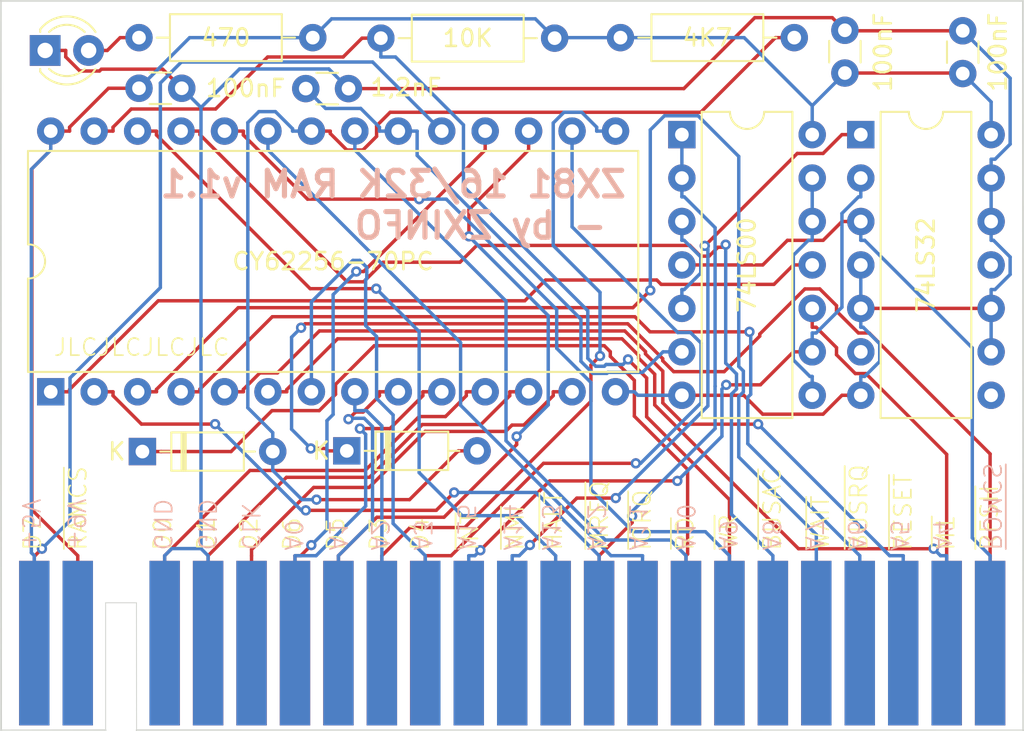
<source format=kicad_pcb>
(kicad_pcb (version 20240108) (generator "pcbnew") (generator_version "8.0")
  (layers (0 "F.Cu" signal) (31 "B.Cu" signal) (34 "B.Paste" user) (35 "F.Paste" user) (36 "B.SilkS" user "B.Silkscreen") (37 "F.SilkS" user "F.Silkscreen") (38 "B.Mask" user) (39 "F.Mask" user) (44 "Edge.Cuts" user))
  (net 0 "")
  (net 1 "D4")
  (net 2 "A2")
  (net 3 "A7")
  (net 4 "A13")
  (net 5 "D7")
  (net 6 "D3")
  (net 7 "A3")
  (net 8 "D0")
  (net 9 "D2")
  (net 10 "A11")
  (net 11 "A0")
  (net 12 "A1")
  (net 13 "A4")
  (net 14 "A8")
  (net 15 "A5")
  (net 16 "A12")
  (net 17 "D1")
  (net 18 "A10")
  (net 19 "D6")
  (net 20 "A6")
  (net 21 "D5")
  (net 22 "A9")
  (net 23 "A15")
  (net 24 "~{M1}")
  (net 28 "Net-(J1-~{WR})")
  (net 29 "Net-(J1-~{ROMCS})")
  (net 37 "Net-(J1-~{MREQ})")
  (net 38 "GND")
  (net 39 "+5V")
  (net 40 "Net-(D2-A)")
  (net 41 "Net-(D2-K)")
  (net 42 "Net-(U1-~{CS})")
  (net 43 "Net-(U2-Pad12)")
  (net 44 "Net-(U2-Pad3)")
  (net 45 "Net-(D1-A)")
  (net 46 "Net-(D3-K)")
  (net 47 "A14")
  (net 48 "Net-(U1-A14)")
  (footprint "Capacitor_THT:C_Disc_D3.0mm_W1.6mm_P2.50mm" (layer "F.Cu") (at 149.37 90.07 90)
    (property "Reference" "C2" (hide yes))
    (property "Value" "100nF")
  )
  (footprint "Resistor_THT:R_Axial_DIN0207_L6.3mm_D2.5mm_P10.16mm_Horizontal" (layer "F.Cu") (at 118.26 88 180)
    (property "Reference" "R1" (hide yes))
    (property "Value" "470")
  )
  (footprint "Package_DIP:DIP-14_W7.62mm" (layer "F.Cu") (at 139.84 93.67)
    (property "Reference" "U2" (hide yes))
    (property "Value" "74LS00")
  )
  (footprint "Package_DIP:DIP-14_W7.62mm" (layer "F.Cu") (at 150.3 93.67)
    (property "Reference" "U3" (hide yes))
    (property "Value" "74LS32")
  )
  (footprint "Capacitor_THT:C_Disc_D3.0mm_W1.6mm_P2.50mm" (layer "F.Cu") (at 108.1 90.96)
    (property "Reference" "C1" (hide yes))
    (property "Value" "100nF")
  )
  (footprint "Resistor_THT:R_Axial_DIN0207_L6.3mm_D2.5mm_P10.16mm_Horizontal" (layer "F.Cu") (at 136.25 88)
    (property "Reference" "R2" (hide yes))
    (property "Value" "4K7")
  )
  (footprint "Capacitor_THT:C_Disc_D3.0mm_W1.6mm_P2.50mm" (layer "F.Cu") (at 117.85 90.98)
    (property "Reference" "C4" (hide yes))
    (property "Value" "1,2nF")
  )
  (footprint "ZXINFO_FOOTPRINT:EDGE ZX81 BOTTOM" (layer "F.Cu") (at 131.21 124.41)
    (property "Reference" "J1" (hide yes))
    (property "Value" "Connector ZX81" (hide yes))
  )
  (footprint "Capacitor_THT:C_Disc_D3.0mm_W1.6mm_P2.50mm" (layer "F.Cu") (at 156.26 90.1 90)
    (property "Reference" "C3" (hide yes))
    (property "Value" "100nF")
  )
  (footprint "LED_THT:LED_D3.0mm" (layer "F.Cu") (at 102.615 88.75)
    (property "Reference" "D1" (hide yes))
    (property "Value" "LED" (hide yes))
  )
  (footprint "Diode_THT:D_DO-35_SOD27_P7.62mm_Horizontal" (layer "F.Cu") (at 120.25 112.16)
    (property "Reference" "D2" (hide yes))
    (property "Value" "1N4148" (hide yes))
  )
  (footprint "Diode_THT:D_DO-35_SOD27_P7.62mm_Horizontal" (layer "F.Cu") (at 108.3 112.2)
    (property "Reference" "D3" (hide yes))
    (property "Value" "1N4148" (hide yes))
  )
  (footprint "Resistor_THT:R_Axial_DIN0207_L6.3mm_D2.5mm_P10.16mm_Horizontal" (layer "F.Cu") (at 132.4 88.03 180)
    (property "Reference" "R3" (hide yes))
    (property "Value" "10K")
  )
  (footprint "Package_DIP:DIP-28_W15.24mm" (layer "F.Cu") (at 102.94 108.705 90)
    (property "Reference" "U1" (hide yes))
    (property "Value" "CY62256-70PC")
  )
  (gr_line (start 106.15 128.49) (end 106.15 121.04) (stroke (width 0.05)) (layer "Edge.Cuts"))
  (gr_line (start 159.7925 128.5) (end 107.96 128.49) (stroke (width 0.1)) (layer "Edge.Cuts"))
  (gr_line (start 106.15 121.04) (end 107.95 121.04) (stroke (width 0.05)) (layer "Edge.Cuts"))
  (gr_line (start 159.77625 85.85) (end 159.7925 128.5) (stroke (width 0.1)) (layer "Edge.Cuts"))
  (gr_line (start 107.95 121.04) (end 107.96 128.49) (stroke (width 0.05)) (layer "Edge.Cuts"))
  (gr_line (start 106.15 128.49) (end 100.04 128.5) (stroke (width 0.1)) (layer "Edge.Cuts"))
  (gr_line (start 100.02375 85.85) (end 159.77625 85.85) (stroke (width 0.1)) (layer "Edge.Cuts"))
  (gr_line (start 100.04 128.5) (end 100.02375 85.85) (stroke (width 0.1)) (layer "Edge.Cuts"))
  (gr_text "ZX81 16/32K RAM v1.1\n - by ZXINFO" (at 136.73 99.87 0) (layer "B.SilkS") (effects (font (size 1.5 1.5) (thickness 0.3) (bold yes)) (justify left bottom mirror)))
  (gr_text "JLCJLCJLCJLC" (at 103.05 106.69 0) (layer "F.SilkS") (effects (font (size 1 1) (thickness 0.1)) (justify left bottom)))
  (segment (start 124.83 123.4) (end 124.83 118.2883) (width 0.2) (layer "F.Cu") (net 1))
  (segment (start 126.3498 118.2883) (end 124.83 118.2883) (width 0.2) (layer "F.Cu") (net 1))
  (segment (start 131.75 112.8881) (end 126.3498 118.2883) (width 0.2) (layer "F.Cu") (net 1))
  (segment (start 137.1444 112.8881) (end 131.75 112.8881) (width 0.2) (layer "F.Cu") (net 1))
  (via (at 137.1444 112.8881) (size 0.6) (drill 0.3) (layers "F.Cu" "B.Cu") (net 1))
  (segment (start 140.9584 109.3566) (end 137.4269 112.8881) (width 0.2) (layer "B.Cu") (net 1))
  (segment (start 137.4269 112.8881) (end 137.1444 112.8881) (width 0.2) (layer "B.Cu") (net 1))
  (segment (start 133.42 94.5667) (end 133.42 99.0635) (width 0.2) (layer "B.Cu") (net 1))
  (segment (start 133.42 93.465) (end 133.42 94.5667) (width 0.2) (layer "B.Cu") (net 1))
  (segment (start 133.42 99.0635) (end 139.598 105.2415) (width 0.2) (layer "B.Cu") (net 1))
  (segment (start 140.3434 105.2415) (end 140.9584 105.8565) (width 0.2) (layer "B.Cu") (net 1))
  (segment (start 140.9584 105.8565) (end 140.9584 109.3566) (width 0.2) (layer "B.Cu") (net 1))
  (segment (start 139.598 105.2415) (end 140.3434 105.2415) (width 0.2) (layer "B.Cu") (net 1))
  (segment (start 122.3 123.4) (end 122.3 118.2883) (width 0.2) (layer "B.Cu") (net 2))
  (segment (start 121.4021 109.8067) (end 120.72 109.8067) (width 0.2) (layer "B.Cu") (net 2))
  (segment (start 122.3 110.7046) (end 121.4021 109.8067) (width 0.2) (layer "B.Cu") (net 2))
  (segment (start 122.3 118.2883) (end 122.3 110.7046) (width 0.2) (layer "B.Cu") (net 2))
  (segment (start 120.72 108.705) (end 120.72 109.8067) (width 0.2) (layer "B.Cu") (net 2))
  (segment (start 109.1217 108.5673) (end 113.9016 103.7874) (width 0.2) (layer "F.Cu") (net 3))
  (segment (start 136.9803 103.7874) (end 137.9929 102.7748) (width 0.2) (layer "F.Cu") (net 3))
  (segment (start 109.1217 108.705) (end 109.1217 108.5673) (width 0.2) (layer "F.Cu") (net 3))
  (segment (start 113.9016 103.7874) (end 136.9803 103.7874) (width 0.2) (layer "F.Cu") (net 3))
  (segment (start 108.02 108.705) (end 109.1217 108.705) (width 0.2) (layer "F.Cu") (net 3))
  (via (at 137.9929 102.7748) (size 0.6) (drill 0.3) (layers "F.Cu" "B.Cu") (net 3))
  (segment (start 143.4347 108.7146) (end 143.4347 107.4935) (width 0.2) (layer "B.Cu") (net 3))
  (segment (start 143.4347 107.4935) (end 143.1652 107.224) (width 0.2) (layer "B.Cu") (net 3))
  (segment (start 147.7 123.4) (end 147.7 117.0554) (width 0.2) (layer "B.Cu") (net 3))
  (segment (start 143.1652 112.5206) (end 143.1652 108.9841) (width 0.2) (layer "B.Cu") (net 3))
  (segment (start 138.8202 92.5683) (end 137.9929 93.3956) (width 0.2) (layer "B.Cu") (net 3))
  (segment (start 143.1652 107.224) (end 143.1652 94.9487) (width 0.2) (layer "B.Cu") (net 3))
  (segment (start 140.7848 92.5683) (end 138.8202 92.5683) (width 0.2) (layer "B.Cu") (net 3))
  (segment (start 147.7 117.0554) (end 143.1652 112.5206) (width 0.2) (layer "B.Cu") (net 3))
  (segment (start 143.1652 108.9841) (end 143.4347 108.7146) (width 0.2) (layer "B.Cu") (net 3))
  (segment (start 143.1652 94.9487) (end 140.7848 92.5683) (width 0.2) (layer "B.Cu") (net 3))
  (segment (start 137.9929 93.3956) (end 137.9929 102.7748) (width 0.2) (layer "B.Cu") (net 3))
  (segment (start 108.02 93.465) (end 109.1217 93.465) (width 0.2) (layer "F.Cu") (net 4))
  (segment (start 109.1217 93.465) (end 109.1217 93.6933) (width 0.2) (layer "F.Cu") (net 4))
  (segment (start 109.1217 93.6933) (end 118.1055 102.6771) (width 0.2) (layer "F.Cu") (net 4))
  (segment (start 118.1055 102.6771) (end 121.9702 102.6771) (width 0.2) (layer "F.Cu") (net 4))
  (via (at 121.9702 102.6771) (size 0.6) (drill 0.3) (layers "F.Cu" "B.Cu") (net 4))
  (segment (start 124.4788 105.1857) (end 121.9702 102.6771) (width 0.2) (layer "B.Cu") (net 4))
  (segment (start 126.9942 115.948) (end 124.4788 113.4326) (width 0.2) (layer "B.Cu") (net 4))
  (segment (start 124.4788 113.4326) (end 124.4788 105.1857) (width 0.2) (layer "B.Cu") (net 4))
  (segment (start 130.1198 115.9481) (end 130.1198 115.948) (width 0.2) (layer "B.Cu") (net 4))
  (segment (start 130.1198 115.948) (end 126.9942 115.948) (width 0.2) (layer "B.Cu") (net 4))
  (segment (start 132.46 118.2883) (end 130.1198 115.9481) (width 0.2) (layer "B.Cu") (net 4))
  (segment (start 132.46 123.4) (end 132.46 118.2883) (width 0.2) (layer "B.Cu") (net 4))
  (segment (start 101.98 123.4) (end 101.98 118.2883) (width 0.2) (layer "F.Cu") (net 5))
  (segment (start 101.98 118.2883) (end 102.0177 118.2883) (width 0.2) (layer "F.Cu") (net 5))
  (segment (start 102.0177 118.2883) (end 102.4261 117.8799) (width 0.2) (layer "F.Cu") (net 5))
  (via (at 102.4261 117.8799) (size 0.6) (drill 0.3) (layers "F.Cu" "B.Cu") (net 5))
  (segment (start 109.35 90.6518) (end 109.35 102.6169) (width 0.2) (layer "B.Cu") (net 5))
  (segment (start 104.0685 107.8984) (end 104.0685 116.2375) (width 0.2) (layer "B.Cu") (net 5))
  (segment (start 121.7602 89.4252) (end 110.5766 89.4252) (width 0.2) (layer "B.Cu") (net 5))
  (segment (start 109.35 102.6169) (end 104.0685 107.8984) (width 0.2) (layer "B.Cu") (net 5))
  (segment (start 110.5766 89.4252) (end 109.35 90.6518) (width 0.2) (layer "B.Cu") (net 5))
  (segment (start 104.0685 116.2375) (end 102.4261 117.8799) (width 0.2) (layer "B.Cu") (net 5))
  (segment (start 125.8 93.465) (end 121.7602 89.4252) (width 0.2) (layer "B.Cu") (net 5))
  (segment (start 122.3 118.2883) (end 123.9465 116.6418) (width 0.2) (layer "F.Cu") (net 6))
  (segment (start 122.3 123.4) (end 122.3 118.2883) (width 0.2) (layer "F.Cu") (net 6))
  (segment (start 134.5217 109.2668) (end 134.5217 107.1443) (width 0.2) (layer "F.Cu") (net 6))
  (segment (start 123.9465 116.6418) (end 127.1467 116.6418) (width 0.2) (layer "F.Cu") (net 6))
  (segment (start 127.1467 116.6418) (end 134.5217 109.2668) (width 0.2) (layer "F.Cu") (net 6))
  (segment (start 134.5217 107.1443) (end 135.0537 106.6123) (width 0.2) (layer "F.Cu") (net 6))
  (via (at 135.0537 106.6123) (size 0.6) (drill 0.3) (layers "F.Cu" "B.Cu") (net 6))
  (segment (start 135.0537 106.6123) (end 135.0537 102.8904) (width 0.2) (layer "B.Cu") (net 6))
  (segment (start 132.3183 92.9904) (end 132.9454 92.3633) (width 0.2) (layer "B.Cu") (net 6))
  (segment (start 132.9454 92.3633) (end 133.9849 92.3633) (width 0.2) (layer "B.Cu") (net 6))
  (segment (start 134.8583 93.2367) (end 134.8583 93.465) (width 0.2) (layer "B.Cu") (net 6))
  (segment (start 133.9849 92.3633) (end 134.8583 93.2367) (width 0.2) (layer "B.Cu") (net 6))
  (segment (start 135.96 93.465) (end 134.8583 93.465) (width 0.2) (layer "B.Cu") (net 6))
  (segment (start 135.0537 102.8904) (end 132.3183 100.155) (width 0.2) (layer "B.Cu") (net 6))
  (segment (start 132.3183 100.155) (end 132.3183 92.9904) (width 0.2) (layer "B.Cu") (net 6))
  (segment (start 118.18 103.4474) (end 118.18 108.705) (width 0.2) (layer "B.Cu") (net 7))
  (segment (start 121.3505 102.1579) (end 121.4183 102.0901) (width 0.2) (layer "B.Cu") (net 7))
  (segment (start 121.3505 104.8359) (end 121.3505 102.1579) (width 0.2) (layer "B.Cu") (net 7))
  (segment (start 122.9563 116.4046) (end 122.9563 110.0613) (width 0.2) (layer "B.Cu") (net 7))
  (segment (start 120.602 101.0254) (end 118.18 103.4474) (width 0.2) (layer "B.Cu") (net 7))
  (segment (start 124.84 123.4) (end 124.84 118.2883) (width 0.2) (layer "B.Cu") (net 7))
  (segment (start 121.4183 102.0901) (end 121.4183 101.4313) (width 0.2) (layer "B.Cu") (net 7))
  (segment (start 122.9563 110.0613) (end 121.99 109.095) (width 0.2) (layer "B.Cu") (net 7))
  (segment (start 121.99 109.095) (end 121.99 105.4754) (width 0.2) (layer "B.Cu") (net 7))
  (segment (start 121.99 105.4754) (end 121.3505 104.8359) (width 0.2) (layer "B.Cu") (net 7))
  (segment (start 121.0124 101.0254) (end 120.602 101.0254) (width 0.2) (layer "B.Cu") (net 7))
  (segment (start 121.4183 101.4313) (end 121.0124 101.0254) (width 0.2) (layer "B.Cu") (net 7))
  (segment (start 124.84 118.2883) (end 122.9563 116.4046) (width 0.2) (layer "B.Cu") (net 7))
  (segment (start 128.34 108.705) (end 127.2383 108.705) (width 0.2) (layer "F.Cu") (net 8))
  (segment (start 126.0177 110.1539) (end 127.2383 108.9333) (width 0.2) (layer "F.Cu") (net 8))
  (segment (start 121.3243 113.3055) (end 124.4759 110.1539) (width 0.2) (layer "F.Cu") (net 8))
  (segment (start 109.6 123.4) (end 109.6 118.2883) (width 0.2) (layer "F.Cu") (net 8))
  (segment (start 114.5828 113.3055) (end 121.3243 113.3055) (width 0.2) (layer "F.Cu") (net 8))
  (segment (start 127.2383 108.9333) (end 127.2383 108.705) (width 0.2) (layer "F.Cu") (net 8))
  (segment (start 109.6 118.2883) (end 114.5828 113.3055) (width 0.2) (layer "F.Cu") (net 8))
  (segment (start 124.4759 110.1539) (end 126.0177 110.1539) (width 0.2) (layer "F.Cu") (net 8))
  (segment (start 121.5531 114.2982) (end 118.3114 114.2982) (width 0.2) (layer "F.Cu") (net 9))
  (segment (start 129.5366 111.0224) (end 124.8289 111.0224) (width 0.2) (layer "F.Cu") (net 9))
  (segment (start 130.6005 110.6511) (end 129.9079 110.6511) (width 0.2) (layer "F.Cu") (net 9))
  (segment (start 132.3183 108.705) (end 132.3183 108.9333) (width 0.2) (layer "F.Cu") (net 9))
  (segment (start 129.9079 110.6511) (end 129.5366 111.0224) (width 0.2) (layer "F.Cu") (net 9))
  (segment (start 133.42 108.705) (end 132.3183 108.705) (width 0.2) (layer "F.Cu") (net 9))
  (segment (start 118.3114 114.2982) (end 114.68 117.9296) (width 0.2) (layer "F.Cu") (net 9))
  (segment (start 124.8289 111.0224) (end 121.5531 114.2982) (width 0.2) (layer "F.Cu") (net 9))
  (segment (start 132.3183 108.9333) (end 130.6005 110.6511) (width 0.2) (layer "F.Cu") (net 9))
  (segment (start 114.68 123.4) (end 114.68 118.2883) (width 0.2) (layer "F.Cu") (net 9))
  (segment (start 114.68 117.9296) (end 114.68 118.2883) (width 0.2) (layer "F.Cu") (net 9))
  (segment (start 135.6942 118.2883) (end 126.9017 109.4958) (width 0.2) (layer "B.Cu") (net 10))
  (segment (start 126.9017 109.4958) (end 126.9017 105.8284) (width 0.2) (layer "B.Cu") (net 10))
  (segment (start 137.54 123.4) (end 137.54 118.2883) (width 0.2) (layer "B.Cu") (net 10))
  (segment (start 126.9017 105.8284) (end 115.64 94.5667) (width 0.2) (layer "B.Cu") (net 10))
  (segment (start 137.54 118.2883) (end 135.6942 118.2883) (width 0.2) (layer "B.Cu") (net 10))
  (segment (start 115.64 93.465) (end 115.64 94.5667) (width 0.2) (layer "B.Cu") (net 10))
  (segment (start 124.6983 108.705) (end 124.6983 108.9333) (width 0.2) (layer "F.Cu") (net 11))
  (segment (start 125.8 108.705) (end 124.6983 108.705) (width 0.2) (layer "F.Cu") (net 11))
  (segment (start 124.6983 108.9333) (end 122.7743 110.8573) (width 0.2) (layer "F.Cu") (net 11))
  (segment (start 122.7743 110.8573) (end 121.0157 110.8573) (width 0.2) (layer "F.Cu") (net 11))
  (via (at 121.0157 110.8573) (size 0.6) (drill 0.3) (layers "F.Cu" "B.Cu") (net 11))
  (segment (start 117.22 118.2883) (end 118.4557 118.2883) (width 0.2) (layer "B.Cu") (net 11))
  (segment (start 121.3517 115.3923) (end 121.3517 111.1933) (width 0.2) (layer "B.Cu") (net 11))
  (segment (start 118.4557 118.2883) (end 121.3517 115.3923) (width 0.2) (layer "B.Cu") (net 11))
  (segment (start 121.3517 111.1933) (end 121.0157 110.8573) (width 0.2) (layer "B.Cu") (net 11))
  (segment (start 117.22 123.4) (end 117.22 118.2883) (width 0.2) (layer "B.Cu") (net 11))
  (segment (start 123.26 108.705) (end 122.1583 108.705) (width 0.2) (layer "F.Cu") (net 12))
  (segment (start 122.1583 108.9333) (end 122.1583 108.705) (width 0.2) (layer "F.Cu") (net 12))
  (segment (start 120.7637 109.8888) (end 121.2028 109.8888) (width 0.2) (layer "F.Cu") (net 12))
  (segment (start 120.3459 110.3066) (end 120.7637 109.8888) (width 0.2) (layer "F.Cu") (net 12))
  (segment (start 121.2028 109.8888) (end 122.1583 108.9333) (width 0.2) (layer "F.Cu") (net 12))
  (via (at 120.3459 110.3066) (size 0.6) (drill 0.3) (layers "F.Cu" "B.Cu") (net 12))
  (segment (start 121.7534 110.7441) (end 121.2648 110.2555) (width 0.2) (layer "B.Cu") (net 12))
  (segment (start 121.7534 116.2949) (end 121.7534 110.7441) (width 0.2) (layer "B.Cu") (net 12))
  (segment (start 119.76 118.2883) (end 121.7534 116.2949) (width 0.2) (layer "B.Cu") (net 12))
  (segment (start 121.2648 110.2555) (end 120.397 110.2555) (width 0.2) (layer "B.Cu") (net 12))
  (segment (start 119.76 123.4) (end 119.76 118.2883) (width 0.2) (layer "B.Cu") (net 12))
  (segment (start 120.397 110.2555) (end 120.3459 110.3066) (width 0.2) (layer "B.Cu") (net 12))
  (segment (start 137.3103 106.5788) (end 137.3103 106.7387) (width 0.2) (layer "F.Cu") (net 13))
  (segment (start 115.64 108.705) (end 116.7417 108.705) (width 0.2) (layer "F.Cu") (net 13))
  (segment (start 119.708 105.6089) (end 136.3404 105.6089) (width 0.2) (layer "F.Cu") (net 13))
  (segment (start 137.3103 106.7387) (end 138.251 107.6794) (width 0.2) (layer "F.Cu") (net 13))
  (segment (start 138.251 107.6794) (end 138.251 109.4726) (width 0.2) (layer "F.Cu") (net 13))
  (segment (start 146.66 117.8816) (end 154.5576 117.8816) (width 0.2) (layer "F.Cu") (net 13))
  (segment (start 116.7417 108.5752) (end 119.708 105.6089) (width 0.2) (layer "F.Cu") (net 13))
  (segment (start 116.7417 108.705) (end 116.7417 108.5752) (width 0.2) (layer "F.Cu") (net 13))
  (segment (start 138.251 109.4726) (end 146.66 117.8816) (width 0.2) (layer "F.Cu") (net 13))
  (segment (start 136.3404 105.6089) (end 137.3103 106.5788) (width 0.2) (layer "F.Cu") (net 13))
  (via (at 154.5576 117.8816) (size 0.6) (drill 0.3) (layers "F.Cu" "B.Cu") (net 13))
  (segment (start 154.9643 118.2883) (end 154.5576 117.8816) (width 0.2) (layer "B.Cu") (net 13))
  (segment (start 155.32 123.4) (end 155.32 118.2883) (width 0.2) (layer "B.Cu") (net 13))
  (segment (start 155.32 118.2883) (end 154.9643 118.2883) (width 0.2) (layer "B.Cu") (net 13))
  (segment (start 142.2509 100.2543) (end 142.401 100.1042) (width 0.2) (layer "F.Cu") (net 14))
  (segment (start 141.4294 100.7762) (end 141.9512 100.2544) (width 0.2) (layer "F.Cu") (net 14))
  (segment (start 111.6617 93.6731) (end 120.264 102.2754) (width 0.2) (layer "F.Cu") (net 14))
  (segment (start 141.9512 100.2544) (end 141.9512 100.2543) (width 0.2) (layer "F.Cu") (net 14))
  (segment (start 140.3038 100.1489) (end 140.9311 100.7762) (width 0.2) (layer "F.Cu") (net 14))
  (segment (start 140.9311 100.7762) (end 141.4294 100.7762) (width 0.2) (layer "F.Cu") (net 14))
  (segment (start 110.56 93.465) (end 111.6617 93.465) (width 0.2) (layer "F.Cu") (net 14))
  (segment (start 126.8654 101.1299) (end 127.8464 100.1489) (width 0.2) (layer "F.Cu") (net 14))
  (segment (start 141.9512 100.2543) (end 142.2509 100.2543) (width 0.2) (layer "F.Cu") (net 14))
  (segment (start 120.264 102.2754) (end 121.233 102.2754) (width 0.2) (layer "F.Cu") (net 14))
  (segment (start 127.8464 100.1489) (end 140.3038 100.1489) (width 0.2) (layer "F.Cu") (net 14))
  (segment (start 121.233 102.2754) (end 122.3785 101.1299) (width 0.2) (layer "F.Cu") (net 14))
  (segment (start 122.3785 101.1299) (end 126.8654 101.1299) (width 0.2) (layer "F.Cu") (net 14))
  (segment (start 111.6617 93.465) (end 111.6617 93.6731) (width 0.2) (layer "F.Cu") (net 14))
  (via (at 142.401 100.1042) (size 0.6) (drill 0.3) (layers "F.Cu" "B.Cu") (net 14))
  (segment (start 143.033 108.5483) (end 143.033 107.6599) (width 0.2) (layer "B.Cu") (net 14))
  (segment (start 143.033 107.6599) (end 142.4011 107.028) (width 0.2) (layer "B.Cu") (net 14))
  (segment (start 142.7378 108.8435) (end 143.033 108.5483) (width 0.2) (layer "B.Cu") (net 14))
  (segment (start 145.16 123.4) (end 145.16 118.2883) (width 0.2) (layer "B.Cu") (net 14))
  (segment (start 142.4011 100.1042) (end 142.401 100.1042) (width 0.2) (layer "B.Cu") (net 14))
  (segment (start 142.7378 115.8661) (end 142.7378 108.8435) (width 0.2) (layer "B.Cu") (net 14))
  (segment (start 145.16 118.2883) (end 142.7378 115.8661) (width 0.2) (layer "B.Cu") (net 14))
  (segment (start 142.4011 107.028) (end 142.4011 100.1042) (width 0.2) (layer "B.Cu") (net 14))
  (segment (start 137.712 106.4881) (end 138.7249 107.501) (width 0.2) (layer "F.Cu") (net 15))
  (segment (start 114.2017 108.705) (end 114.2017 108.5672) (width 0.2) (layer "F.Cu") (net 15))
  (segment (start 138.7249 109.3563) (end 139.9676 110.599) (width 0.2) (layer "F.Cu") (net 15))
  (segment (start 116.1919 107.6033) (end 118.6462 105.149) (width 0.2) (layer "F.Cu") (net 15))
  (segment (start 136.5041 105.149) (end 137.712 106.3569) (width 0.2) (layer "F.Cu") (net 15))
  (segment (start 115.1656 107.6033) (end 116.1919 107.6033) (width 0.2) (layer "F.Cu") (net 15))
  (segment (start 137.712 106.3569) (end 137.712 106.4881) (width 0.2) (layer "F.Cu") (net 15))
  (segment (start 139.9676 110.599) (end 144.2972 110.599) (width 0.2) (layer "F.Cu") (net 15))
  (segment (start 114.2017 108.5672) (end 115.1656 107.6033) (width 0.2) (layer "F.Cu") (net 15))
  (segment (start 118.6462 105.149) (end 136.5041 105.149) (width 0.2) (layer "F.Cu") (net 15))
  (segment (start 113.1 108.705) (end 114.2017 108.705) (width 0.2) (layer "F.Cu") (net 15))
  (segment (start 138.7249 107.501) (end 138.7249 109.3563) (width 0.2) (layer "F.Cu") (net 15))
  (via (at 144.2972 110.599) (size 0.6) (drill 0.3) (layers "F.Cu" "B.Cu") (net 15))
  (segment (start 151.9865 118.2883) (end 144.2972 110.599) (width 0.2) (layer "B.Cu") (net 15))
  (segment (start 152.78 118.2883) (end 151.9865 118.2883) (width 0.2) (layer "B.Cu") (net 15))
  (segment (start 152.78 123.4) (end 152.78 118.2883) (width 0.2) (layer "B.Cu") (net 15))
  (segment (start 105.48 108.705) (end 106.5817 108.705) (width 0.2) (layer "F.Cu") (net 16))
  (segment (start 126.5253 114.5916) (end 125.4799 115.637) (width 0.2) (layer "F.Cu") (net 16))
  (segment (start 112.5482 110.5941) (end 108.2425 110.5941) (width 0.2) (layer "F.Cu") (net 16))
  (segment (start 125.4799 115.637) (end 117.8506 115.637) (width 0.2) (layer "F.Cu") (net 16))
  (segment (start 108.2425 110.5941) (end 106.5817 108.9333) (width 0.2) (layer "F.Cu") (net 16))
  (segment (start 106.5817 108.9333) (end 106.5817 108.705) (width 0.2) (layer "F.Cu") (net 16))
  (via (at 112.5482 110.5941) (size 0.6) (drill 0.3) (layers "F.Cu" "B.Cu") (net 16))
  (via (at 117.8506 115.637) (size 0.6) (drill 0.3) (layers "F.Cu" "B.Cu") (net 16))
  (via (at 126.5253 114.5916) (size 0.6) (drill 0.3) (layers "F.Cu" "B.Cu") (net 16))
  (segment (start 135 118.2883) (end 131.3033 114.5916) (width 0.2) (layer "B.Cu") (net 16))
  (segment (start 131.3033 114.5916) (end 126.5253 114.5916) (width 0.2) (layer "B.Cu") (net 16))
  (segment (start 135 123.4) (end 135 118.2883) (width 0.2) (layer "B.Cu") (net 16))
  (segment (start 117.5911 115.637) (end 117.8506 115.637) (width 0.2) (layer "B.Cu") (net 16))
  (segment (start 112.5482 110.5941) (end 117.5911 115.637) (width 0.2) (layer "B.Cu") (net 16))
  (segment (start 124.6633 110.6199) (end 128.0917 110.6199) (width 0.2) (layer "F.Cu") (net 17))
  (segment (start 112.14 123.4) (end 112.14 118.2883) (width 0.2) (layer "F.Cu") (net 17))
  (segment (start 112.14 118.2883) (end 116.7211 113.7072) (width 0.2) (layer "F.Cu") (net 17))
  (segment (start 129.7783 108.9333) (end 129.7783 108.705) (width 0.2) (layer "F.Cu") (net 17))
  (segment (start 121.576 113.7072) (end 124.6633 110.6199) (width 0.2) (layer "F.Cu") (net 17))
  (segment (start 116.7211 113.7072) (end 121.576 113.7072) (width 0.2) (layer "F.Cu") (net 17))
  (segment (start 130.88 108.705) (end 129.7783 108.705) (width 0.2) (layer "F.Cu") (net 17))
  (segment (start 128.0917 110.6199) (end 129.7783 108.9333) (width 0.2) (layer "F.Cu") (net 17))
  (segment (start 129.5583 111.5693) (end 135.361 117.372) (width 0.2) (layer "B.Cu") (net 18))
  (segment (start 120.72 93.465) (end 120.72 94.5667) (width 0.2) (layer "B.Cu") (net 18))
  (segment (start 140.08 123.4) (end 140.08 118.2883) (width 0.2) (layer "B.Cu") (net 18))
  (segment (start 139.1637 117.372) (end 140.08 118.2883) (width 0.2) (layer "B.Cu") (net 18))
  (segment (start 129.5583 103.405) (end 129.5583 111.5693) (width 0.2) (layer "B.Cu") (net 18))
  (segment (start 120.72 94.5667) (end 129.5583 103.405) (width 0.2) (layer "B.Cu") (net 18))
  (segment (start 135.361 117.372) (end 139.1637 117.372) (width 0.2) (layer "B.Cu") (net 18))
  (segment (start 117.22 118.2883) (end 117.5568 118.2883) (width 0.2) (layer "F.Cu") (net 19))
  (segment (start 117.22 123.4) (end 117.22 118.2883) (width 0.2) (layer "F.Cu") (net 19))
  (segment (start 121.233 101.6737) (end 128.34 94.5667) (width 0.2) (layer "F.Cu") (net 19))
  (segment (start 128.34 93.465) (end 128.34 94.5667) (width 0.2) (layer "F.Cu") (net 19))
  (segment (start 120.8045 101.6737) (end 121.233 101.6737) (width 0.2) (layer "F.Cu") (net 19))
  (segment (start 117.5568 118.2883) (end 118.1752 117.6699) (width 0.2) (layer "F.Cu") (net 19))
  (via (at 118.1752 117.6699) (size 0.6) (drill 0.3) (layers "F.Cu" "B.Cu") (net 19))
  (via (at 120.8045 101.6737) (size 0.6) (drill 0.3) (layers "F.Cu" "B.Cu") (net 19))
  (segment (start 119.45 103.0282) (end 119.45 110.0329) (width 0.2) (layer "B.Cu") (net 19))
  (segment (start 120.8045 101.6737) (end 119.45 103.0282) (width 0.2) (layer "B.Cu") (net 19))
  (segment (start 119.089 116.7561) (end 118.1752 117.6699) (width 0.2) (layer "B.Cu") (net 19))
  (segment (start 119.45 110.0329) (end 119.089 110.3939) (width 0.2) (layer "B.Cu") (net 19))
  (segment (start 119.089 110.3939) (end 119.089 116.7561) (width 0.2) (layer "B.Cu") (net 19))
  (segment (start 115.8958 104.3156) (end 137.0901 104.3156) (width 0.2) (layer "F.Cu") (net 20))
  (segment (start 111.6617 108.705) (end 111.6617 108.5497) (width 0.2) (layer "F.Cu") (net 20))
  (segment (start 110.56 108.705) (end 111.6617 108.705) (width 0.2) (layer "F.Cu") (net 20))
  (segment (start 111.6617 108.5497) (end 115.8958 104.3156) (width 0.2) (layer "F.Cu") (net 20))
  (segment (start 137.9749 105.2004) (end 143.7911 105.2004) (width 0.2) (layer "F.Cu") (net 20))
  (segment (start 137.0901 104.3156) (end 137.9749 105.2004) (width 0.2) (layer "F.Cu") (net 20))
  (via (at 143.7911 105.2004) (size 0.6) (drill 0.3) (layers "F.Cu" "B.Cu") (net 20))
  (segment (start 150.24 118.2883) (end 143.6926 111.7409) (width 0.2) (layer "B.Cu") (net 20))
  (segment (start 143.8644 105.2737) (end 143.7911 105.2004) (width 0.2) (layer "B.Cu") (net 20))
  (segment (start 143.6926 109.0247) (end 143.8644 108.8529) (width 0.2) (layer "B.Cu") (net 20))
  (segment (start 143.8644 108.8529) (end 143.8644 105.2737) (width 0.2) (layer "B.Cu") (net 20))
  (segment (start 143.6926 111.7409) (end 143.6926 109.0247) (width 0.2) (layer "B.Cu") (net 20))
  (segment (start 150.24 123.4) (end 150.24 118.2883) (width 0.2) (layer "B.Cu") (net 20))
  (segment (start 130.88 94.5667) (end 127.3894 98.0573) (width 0.2) (layer "F.Cu") (net 21))
  (segment (start 125.9313 116.0402) (end 130.1788 111.7927) (width 0.2) (layer "F.Cu") (net 21))
  (segment (start 119.76 123.4) (end 119.76 118.2883) (width 0.2) (layer "F.Cu") (net 21))
  (segment (start 119.76 118.2883) (end 122.0081 116.0402) (width 0.2) (layer "F.Cu") (net 21))
  (segment (start 127.3894 98.0573) (end 127.3894 99.6175) (width 0.2) (layer "F.Cu") (net 21))
  (segment (start 122.0081 116.0402) (end 125.9313 116.0402) (width 0.2) (layer "F.Cu") (net 21))
  (segment (start 130.1788 111.7927) (end 130.1788 111.32) (width 0.2) (layer "F.Cu") (net 21))
  (segment (start 130.88 93.465) (end 130.88 94.5667) (width 0.2) (layer "F.Cu") (net 21))
  (via (at 130.1788 111.32) (size 0.6) (drill 0.3) (layers "F.Cu" "B.Cu") (net 21))
  (via (at 127.3894 99.6175) (size 0.6) (drill 0.3) (layers "F.Cu" "B.Cu") (net 21))
  (segment (start 132.0259 104.254) (end 132.0259 109.4729) (width 0.2) (layer "B.Cu") (net 21))
  (segment (start 132.0259 109.4729) (end 130.1788 111.32) (width 0.2) (layer "B.Cu") (net 21))
  (segment (start 127.3894 99.6175) (end 132.0259 104.254) (width 0.2) (layer "B.Cu") (net 21))
  (segment (start 117.9509 97.4425) (end 114.2017 93.6933) (width 0.2) (layer "F.Cu") (net 22))
  (segment (start 124.4808 97.4425) (end 117.9509 97.4425) (width 0.2) (layer "F.Cu") (net 22))
  (segment (start 114.2017 93.6933) (end 114.2017 93.465) (width 0.2) (layer "F.Cu") (net 22))
  (segment (start 113.1 93.465) (end 114.2017 93.465) (width 0.2) (layer "F.Cu") (net 22))
  (via (at 124.4808 97.4425) (size 0.6) (drill 0.3) (layers "F.Cu" "B.Cu") (net 22))
  (segment (start 142.62 118.2883) (end 141.2169 116.8852) (width 0.2) (layer "B.Cu") (net 22))
  (segment (start 132.52 106.1615) (end 132.52 103.897) (width 0.2) (layer "B.Cu") (net 22))
  (segment (start 134.5217 108.1632) (end 132.52 106.1615) (width 0.2) (layer "B.Cu") (net 22))
  (segment (start 136.9768 116.8852) (end 134.5217 114.4301) (width 0.2) (layer "B.Cu") (net 22))
  (segment (start 132.52 103.897) (end 126.0655 97.4425) (width 0.2) (layer "B.Cu") (net 22))
  (segment (start 141.2169 116.8852) (end 136.9768 116.8852) (width 0.2) (layer "B.Cu") (net 22))
  (segment (start 134.5217 114.4301) (end 134.5217 108.1632) (width 0.2) (layer "B.Cu") (net 22))
  (segment (start 142.62 123.4) (end 142.62 118.2883) (width 0.2) (layer "B.Cu") (net 22))
  (segment (start 126.0655 97.4425) (end 124.4808 97.4425) (width 0.2) (layer "B.Cu") (net 22))
  (segment (start 147.46 106.37) (end 146.3583 106.37) (width 0.2) (layer "F.Cu") (net 23))
  (segment (start 128.0576 117.9689) (end 132.1106 113.9159) (width 0.2) (layer "F.Cu") (net 23))
  (segment (start 132.1106 113.9159) (end 139.5734 113.9159) (width 0.2) (layer "F.Cu") (net 23))
  (segment (start 142.4313 108.2991) (end 144.4292 108.2991) (width 0.2) (layer "F.Cu") (net 23))
  (segment (start 144.4292 108.2991) (end 146.3583 106.37) (width 0.2) (layer "F.Cu") (net 23))
  (via (at 139.5734 113.9159) (size 0.6) (drill 0.3) (layers "F.Cu" "B.Cu") (net 23))
  (via (at 142.4313 108.2991) (size 0.6) (drill 0.3) (layers "F.Cu" "B.Cu") (net 23))
  (via (at 128.0576 117.9689) (size 0.6) (drill 0.3) (layers "F.Cu" "B.Cu") (net 23))
  (segment (start 147.6883 105.2683) (end 147.46 105.2683) (width 0.2) (layer "B.Cu") (net 23))
  (segment (start 127.7382 118.2883) (end 128.0576 117.9689) (width 0.2) (layer "B.Cu") (net 23))
  (segment (start 149.1983 98.2756) (end 149.1983 103.7583) (width 0.2) (layer "B.Cu") (net 23))
  (segment (start 150.3 97.3117) (end 150.1622 97.3117) (width 0.2) (layer "B.Cu") (net 23))
  (segment (start 139.5734 113.9159) (end 142.1821 111.3072) (width 0.2) (layer "B.Cu") (net 23))
  (segment (start 150.3 96.21) (end 150.3 97.3117) (width 0.2) (layer "B.Cu") (net 23))
  (segment (start 127.38 123.4) (end 127.38 118.2883) (width 0.2) (layer "B.Cu") (net 23))
  (segment (start 142.1821 108.5483) (end 142.4313 108.2991) (width 0.2) (layer "B.Cu") (net 23))
  (segment (start 150.1622 97.3117) (end 149.1983 98.2756) (width 0.2) (layer "B.Cu") (net 23))
  (segment (start 127.38 118.2883) (end 127.7382 118.2883) (width 0.2) (layer "B.Cu") (net 23))
  (segment (start 147.46 106.37) (end 147.46 105.2683) (width 0.2) (layer "B.Cu") (net 23))
  (segment (start 149.1983 103.7583) (end 147.6883 105.2683) (width 0.2) (layer "B.Cu") (net 23))
  (segment (start 142.1821 111.3072) (end 142.1821 108.5483) (width 0.2) (layer "B.Cu") (net 23))
  (segment (start 150.5952 107.64) (end 149.9804 107.64) (width 0.2) (layer "F.Cu") (net 24))
  (segment (start 149.9804 107.64) (end 148.88 106.5396) (width 0.2) (layer "F.Cu") (net 24))
  (segment (start 155.32 112.3648) (end 150.5952 107.64) (width 0.2) (layer "F.Cu") (net 24))
  (segment (start 148.88 106.1234) (end 147.6883 104.9317) (width 0.2) (layer "F.Cu") (net 24))
  (segment (start 147.46 103.83) (end 147.46 104.9317) (width 0.2) (layer "F.Cu") (net 24))
  (segment (start 148.88 106.5396) (end 148.88 106.1234) (width 0.2) (layer "F.Cu") (net 24))
  (segment (start 147.6883 104.9317) (end 147.46 104.9317) (width 0.2) (layer "F.Cu") (net 24))
  (segment (start 155.32 123.4) (end 155.32 112.3648) (width 0.2) (layer "F.Cu") (net 24))
  (segment (start 107.646 92.1724) (end 106.5817 93.2367) (width 0.2) (layer "F.Cu") (net 28))
  (segment (start 142.62 123.4) (end 142.62 115.0088) (width 0.2) (layer "F.Cu") (net 28))
  (segment (start 137.7786 110.1674) (end 137.7786 107.8986) (width 0.2) (layer "F.Cu") (net 28))
  (segment (start 112.5818 92.1724) (end 107.646 92.1724) (width 0.2) (layer "F.Cu") (net 28))
  (segment (start 121.1383 88.03) (end 120.0366 89.1317) (width 0.2) (layer "F.Cu") (net 28))
  (segment (start 115.6225 89.1317) (end 112.5818 92.1724) (width 0.2) (layer "F.Cu") (net 28))
  (segment (start 137.7786 107.8986) (end 136.6926 106.8126) (width 0.2) (layer "F.Cu") (net 28))
  (segment (start 120.0366 89.1317) (end 115.6225 89.1317) (width 0.2) (layer "F.Cu") (net 28))
  (segment (start 105.48 93.465) (end 106.5817 93.465) (width 0.2) (layer "F.Cu") (net 28))
  (segment (start 142.62 115.0088) (end 137.7786 110.1674) (width 0.2) (layer "F.Cu") (net 28))
  (segment (start 122.24 88.03) (end 121.1383 88.03) (width 0.2) (layer "F.Cu") (net 28))
  (segment (start 106.5817 93.2367) (end 106.5817 93.465) (width 0.2) (layer "F.Cu") (net 28))
  (via (at 136.6926 106.8126) (size 0.6) (drill 0.3) (layers "F.Cu" "B.Cu") (net 28))
  (segment (start 134.8026 107.214) (end 135.3029 107.214) (width 0.2) (layer "B.Cu") (net 28))
  (segment (start 123.0998 89.1317) (end 127.07 93.1019) (width 0.2) (layer "B.Cu") (net 28))
  (segment (start 135.4078 107.1091) (end 136.3961 107.1091) (width 0.2) (layer "B.Cu") (net 28))
  (segment (start 134.3392 106.7506) (end 134.8026 107.214) (width 0.2) (layer "B.Cu") (net 28))
  (segment (start 127.07 96.6995) (end 134.3392 103.9687) (width 0.2) (layer "B.Cu") (net 28))
  (segment (start 122.24 88.03) (end 122.24 89.1317) (width 0.2) (layer "B.Cu") (net 28))
  (segment (start 127.07 93.1019) (end 127.07 96.6995) (width 0.2) (layer "B.Cu") (net 28))
  (segment (start 134.3392 103.9687) (end 134.3392 106.7506) (width 0.2) (layer "B.Cu") (net 28))
  (segment (start 135.3029 107.214) (end 135.4078 107.1091) (width 0.2) (layer "B.Cu") (net 28))
  (segment (start 136.3961 107.1091) (end 136.6926 106.8126) (width 0.2) (layer "B.Cu") (net 28))
  (segment (start 122.24 89.1317) (end 123.0998 89.1317) (width 0.2) (layer "B.Cu") (net 28))
  (segment (start 149.1983 98.75) (end 148.0966 99.8517) (width 0.2) (layer "F.Cu") (net 29))
  (segment (start 144.5713 101.29) (end 140.9417 101.29) (width 0.2) (layer "F.Cu") (net 29))
  (segment (start 150.3 98.75) (end 149.1983 98.75) (width 0.2) (layer "F.Cu") (net 29))
  (segment (start 146.0096 99.8517) (end 144.5713 101.29) (width 0.2) (layer "F.Cu") (net 29))
  (segment (start 148.0966 99.8517) (end 146.0096 99.8517) (width 0.2) (layer "F.Cu") (net 29))
  (segment (start 139.84 101.29) (end 140.9417 101.29) (width 0.2) (layer "F.Cu") (net 29))
  (segment (start 157.86 118.2883) (end 156.8183 117.2466) (width 0.2) (layer "B.Cu") (net 29))
  (segment (start 157.86 123.4) (end 157.86 118.2883) (width 0.2) (layer "B.Cu") (net 29))
  (segment (start 150.5283 99.8517) (end 150.3 99.8517) (width 0.2) (layer "B.Cu") (net 29))
  (segment (start 156.8183 117.2466) (end 156.8183 106.1417) (width 0.2) (layer "B.Cu") (net 29))
  (segment (start 150.3 98.75) (end 150.3 99.8517) (width 0.2) (layer "B.Cu") (net 29))
  (segment (start 156.8183 106.1417) (end 150.5283 99.8517) (width 0.2) (layer "B.Cu") (net 29))
  (segment (start 135 118.2883) (end 136.9295 116.3588) (width 0.2) (layer "F.Cu") (net 37))
  (segment (start 135 123.4) (end 135 118.2883) (width 0.2) (layer "F.Cu") (net 37))
  (segment (start 136.9295 115.9683) (end 136.9296 115.9683) (width 0.2) (layer "F.Cu") (net 37))
  (segment (start 136.9295 116.3588) (end 136.9295 115.9683) (width 0.2) (layer "F.Cu") (net 37))
  (via (at 136.9296 115.9683) (size 0.6) (drill 0.3) (layers "F.Cu" "B.Cu") (net 37))
  (segment (start 139.84 96.21) (end 139.84 97.3117) (width 0.2) (layer "B.Cu") (net 37))
  (segment (start 141.7804 110.8581) (end 136.9296 115.7089) (width 0.2) (layer "B.Cu") (net 37))
  (segment (start 141.7819 99.108) (end 141.7819 108.3805) (width 0.2) (layer "B.Cu") (net 37))
  (segment (start 139.84 97.3117) (end 139.9856 97.3117) (width 0.2) (layer "B.Cu") (net 37))
  (segment (start 141.7819 108.3805) (end 141.7804 108.382) (width 0.2) (layer "B.Cu") (net 37))
  (segment (start 139.84 93.67) (end 139.84 96.21) (width 0.2) (layer "B.Cu") (net 37))
  (segment (start 141.7804 108.382) (end 141.7804 110.8581) (width 0.2) (layer "B.Cu") (net 37))
  (segment (start 136.9296 115.7089) (end 136.9296 115.9683) (width 0.2) (layer "B.Cu") (net 37))
  (segment (start 139.9856 97.3117) (end 141.7819 99.108) (width 0.2) (layer "B.Cu") (net 37))
  (segment (start 149.37 87.57) (end 148.6315 86.8315) (width 0.2) (layer "F.Cu") (net 38))
  (segment (start 156.26 87.6) (end 149.4 87.6) (width 0.2) (layer "F.Cu") (net 38))
  (segment (start 144.564 110.0149) (end 143.4591 108.91) (width 0.2) (layer "F.Cu") (net 38))
  (segment (start 148.0934 110.0149) (end 144.564 110.0149) (width 0.2) (layer "F.Cu") (net 38))
  (segment (start 105.7916 89.9517) (end 104.6428 89.9517) (width 0.2) (layer "F.Cu") (net 38))
  (segment (start 149.1983 108.91) (end 148.0934 110.0149) (width 0.2) (layer "F.Cu") (net 38))
  (segment (start 139.954 90.98) (end 120.35 90.98) (width 0.2) (layer "F.Cu") (net 38))
  (segment (start 157.92 103.83) (end 150.3 103.83) (width 0.2) (layer "F.Cu") (net 38))
  (segment (start 139.84 108.91) (end 140.9417 108.91) (width 0.2) (layer "F.Cu") (net 38))
  (segment (start 143.4591 108.91) (end 140.9417 108.91) (width 0.2) (layer "F.Cu") (net 38))
  (segment (start 150.3 108.91) (end 149.1983 108.91) (width 0.2) (layer "F.Cu") (net 38))
  (segment (start 104.6428 89.9517) (end 103.8167 89.1256) (width 0.2) (layer "F.Cu") (net 38))
  (segment (start 148.6315 86.8315) (end 144.1025 86.8315) (width 0.2) (layer "F.Cu") (net 38))
  (segment (start 144.1025 86.8315) (end 139.954 90.98) (width 0.2) (layer "F.Cu") (net 38))
  (segment (start 110.6 90.96) (end 109.4841 89.8441) (width 0.2) (layer "F.Cu") (net 38))
  (segment (start 105.8992 89.8441) (end 105.7916 89.9517) (width 0.2) (layer "F.Cu") (net 38))
  (segment (start 102.615 88.75) (end 103.8167 88.75) (width 0.2) (layer "F.Cu") (net 38))
  (segment (start 109.4841 89.8441) (end 105.8992 89.8441) (width 0.2) (layer "F.Cu") (net 38))
  (segment (start 149.4 87.6) (end 149.37 87.57) (width 0.2) (layer "F.Cu") (net 38))
  (segment (start 103.8167 89.1256) (end 103.8167 88.75) (width 0.2) (layer "F.Cu") (net 38))
  (segment (start 111.725 117.8733) (end 110.015 117.8733) (width 0.2) (layer "B.Cu") (net 38))
  (segment (start 150.5283 107.8083) (end 150.3 107.8083) (width 0.2) (layer "B.Cu") (net 38))
  (segment (start 157.92 96.21) (end 157.92 95.1083) (width 0.2) (layer "B.Cu") (net 38))
  (segment (start 159.031 101.8456) (end 158.1483 102.7283) (width 0.2) (layer "B.Cu") (net 38))
  (segment (start 158.1483 95.1083) (end 157.92 95.1083) (width 0.2) (layer "B.Cu") (net 38))
  (segment (start 137.2667 108.91) (end 137.0617 108.705) (width 0.2) (layer "B.Cu") (net 38))
  (segment (start 113.9775 89.8325) (end 111.725 92.085) (width 0.2) (layer "B.Cu") (net 38))
  (segment (start 111.725 92.085) (end 111.725 117.8733) (width 0.2) (layer "B.Cu") (net 38))
  (segment (start 156.26 87.6) (end 159.031 90.371) (width 0.2) (layer "B.Cu") (net 38))
  (segment (start 150.3 103.83) (end 150.3 104.9317) (width 0.2) (layer "B.Cu") (net 38))
  (segment (start 157.92 103.83) (end 157.92 106.37) (width 0.2) (layer "B.Cu") (net 38))
  (segment (start 119.2025 89.8325) (end 113.9775 89.8325) (width 0.2) (layer "B.Cu") (net 38))
  (segment (start 159.031 94.2256) (end 158.1483 95.1083) (width 0.2) (layer "B.Cu") (net 38))
  (segment (start 151.4053 106.9313) (end 150.5283 107.8083) (width 0.2) (layer "B.Cu") (net 38))
  (segment (start 110.015 117.8733) (end 109.6 118.2883) (width 0.2) (layer "B.Cu") (net 38))
  (segment (start 109.6 123.4) (end 109.6 118.2883) (width 0.2) (layer "B.Cu") (net 38))
  (segment (start 150.4377 104.9317) (end 151.4053 105.8993) (width 0.2) (layer "B.Cu") (net 38))
  (segment (start 135.96 108.705) (end 137.0617 108.705) (width 0.2) (layer "B.Cu") (net 38))
  (segment (start 150.3 101.29) (end 150.3 103.83) (width 0.2) (layer "B.Cu") (net 38))
  (segment (start 111.725 117.8733) (end 112.14 118.2883) (width 0.2) (layer "B.Cu") (net 38))
  (segment (start 157.92 99.8517) (end 158.0577 99.8517) (width 0.2) (layer "B.Cu") (net 38))
  (segment (start 120.35 90.98) (end 119.2025 89.8325) (width 0.2) (layer "B.Cu") (net 38))
  (segment (start 157.92 103.83) (end 157.92 102.7283) (width 0.2) (layer "B.Cu") (net 38))
  (segment (start 157.92 98.75) (end 157.92 99.8517) (width 0.2) (layer "B.Cu") (net 38))
  (segment (start 112.14 123.4) (end 112.14 118.2883) (width 0.2) (layer "B.Cu") (net 38))
  (segment (start 159.031 90.371) (end 159.031 94.2256) (width 0.2) (layer "B.Cu") (net 38))
  (segment (start 159.031 100.825) (end 159.031 101.8456) (width 0.2) (layer "B.Cu") (net 38))
  (segment (start 157.92 96.21) (end 157.92 98.75) (width 0.2) (layer "B.Cu") (net 38))
  (segment (start 158.1483 102.7283) (end 157.92 102.7283) (width 0.2) (layer "B.Cu") (net 38))
  (segment (start 158.0577 99.8517) (end 159.031 100.825) (width 0.2) (layer "B.Cu") (net 38))
  (segment (start 150.3 104.9317) (end 150.4377 104.9317) (width 0.2) (layer "B.Cu") (net 38))
  (segment (start 139.84 108.91) (end 137.2667 108.91) (width 0.2) (layer "B.Cu") (net 38))
  (segment (start 150.3 108.91) (end 150.3 107.8083) (width 0.2) (layer "B.Cu") (net 38))
  (segment (start 110.6 90.96) (end 111.725 92.085) (width 0.2) (layer "B.Cu") (net 38))
  (segment (start 151.4053 105.8993) (end 151.4053 106.9313) (width 0.2) (layer "B.Cu") (net 38))
  (segment (start 149.37 90.07) (end 156.23 90.07) (width 0.2) (layer "F.Cu") (net 39))
  (segment (start 102.94 93.465) (end 104.0417 93.465) (width 0.2) (layer "F.Cu") (net 39))
  (segment (start 104.0417 93.2367) (end 104.0417 93.465) (width 0.2) (layer "F.Cu") (net 39))
  (segment (start 101.8383 115.6066) (end 101.8383 95.6684) (width 0.2) (layer "F.Cu") (net 39))
  (segment (start 104.52 118.2883) (end 101.8383 115.6066) (width 0.2) (layer "F.Cu") (net 39))
  (segment (start 104.52 123.4) (end 104.52 118.2883) (width 0.2) (layer "F.Cu") (net 39))
  (segment (start 101.8383 95.6684) (end 102.94 94.5667) (width 0.2) (layer "F.Cu") (net 39))
  (segment (start 156.23 90.07) (end 156.26 90.1) (width 0.2) (layer "F.Cu") (net 39))
  (segment (start 102.94 93.465) (end 102.94 94.5667) (width 0.2) (layer "F.Cu") (net 39))
  (segment (start 106.3184 90.96) (end 104.0417 93.2367) (width 0.2) (layer "F.Cu") (net 39))
  (segment (start 108.1 90.96) (end 106.3184 90.96) (width 0.2) (layer "F.Cu") (net 39))
  (segment (start 143.48 88) (end 136.25 88) (width 0.2) (layer "B.Cu") (net 39))
  (segment (start 111.06 88) (end 108.1 90.96) (width 0.2) (layer "B.Cu") (net 39))
  (segment (start 157.92 91.76) (end 157.92 93.67) (width 0.2) (layer "B.Cu") (net 39))
  (segment (start 101.8075 95.6992) (end 101.8075 118.1158) (width 0.2) (layer "B.Cu") (net 39))
  (segment (start 147.46 91.98) (end 147.46 93.67) (width 0.2) (layer "B.Cu") (net 39))
  (segment (start 118.26 88) (end 119.3577 86.9023) (width 0.2) (layer "B.Cu") (net 39))
  (segment (start 156.26 90.1) (end 157.92 91.76) (width 0.2) (layer "B.Cu") (net 39))
  (segment (start 147.46 91.98) (end 143.48 88) (width 0.2) (layer "B.Cu") (net 39))
  (segment (start 102.94 94.5667) (end 101.8075 95.6992) (width 0.2) (layer "B.Cu") (net 39))
  (segment (start 132.43 88) (end 132.4 88.03) (width 0.2) (layer "B.Cu") (net 39))
  (segment (start 102.94 93.465) (end 102.94 94.5667) (width 0.2) (layer "B.Cu") (net 39))
  (segment (start 131.2723 86.9023) (end 132.4 88.03) (width 0.2) (layer "B.Cu") (net 39))
  (segment (start 136.25 88) (end 132.43 88) (width 0.2) (layer "B.Cu") (net 39))
  (segment (start 101.8075 118.1158) (end 101.98 118.2883) (width 0.2) (layer "B.Cu") (net 39))
  (segment (start 101.98 123.4) (end 101.98 118.2883) (width 0.2) (layer "B.Cu") (net 39))
  (segment (start 149.37 90.07) (end 147.46 91.98) (width 0.2) (layer "B.Cu") (net 39))
  (segment (start 119.3577 86.9023) (end 131.2723 86.9023) (width 0.2) (layer "B.Cu") (net 39))
  (segment (start 118.26 88) (end 111.06 88) (width 0.2) (layer "B.Cu") (net 39))
  (segment (start 119.2817 93.465) (end 119.2817 93.6027) (width 0.2) (layer "F.Cu") (net 40))
  (segment (start 123.9175 115.0108) (end 118.4772 115.0108) (width 0.2) (layer "F.Cu") (net 40))
  (segment (start 127.87 112.16) (end 126.7683 112.16) (width 0.2) (layer "F.Cu") (net 40))
  (segment (start 126.7683 112.16) (end 123.9175 115.0108) (width 0.2) (layer "F.Cu") (net 40))
  (segment (start 119.2817 93.6027) (end 120.25 94.571) (width 0.2) (layer "F.Cu") (net 40))
  (segment (start 121.99 93.7737) (end 121.99 93.1573) (width 0.2) (layer "F.Cu") (net 40))
  (segment (start 121.99 93.1573) (end 122.784 92.3633) (width 0.2) (layer "F.Cu") (net 40))
  (segment (start 120.25 94.571) (end 121.1927 94.571) (width 0.2) (layer "F.Cu") (net 40))
  (segment (start 121.1927 94.571) (end 121.99 93.7737) (width 0.2) (layer "F.Cu") (net 40))
  (segment (start 118.18 93.465) (end 119.2817 93.465) (width 0.2) (layer "F.Cu") (net 40))
  (segment (start 122.784 92.3633) (end 140.945 92.3633) (width 0.2) (layer "F.Cu") (net 40))
  (segment (start 146.41 88) (end 145.3083 88) (width 0.2) (layer "F.Cu") (net 40))
  (segment (start 140.945 92.3633) (end 145.3083 88) (width 0.2) (layer "F.Cu") (net 40))
  (via (at 118.4772 115.0108) (size 0.6) (drill 0.3) (layers "F.Cu" "B.Cu") (net 40))
  (segment (start 117.0783 93.465) (end 117.0783 93.3273) (width 0.2) (layer "B.Cu") (net 40))
  (segment (start 118.18 93.465) (end 117.0783 93.465) (width 0.2) (layer "B.Cu") (net 40))
  (segment (start 116.0761 92.3251) (end 115.1071 92.3251) (width 0.2) (layer "B.Cu") (net 40))
  (segment (start 117.0783 93.3273) (end 116.0761 92.3251) (width 0.2) (layer "B.Cu") (net 40))
  (segment (start 114.4621 92.9701) (end 114.4621 109.6404) (width 0.2) (layer "B.Cu") (net 40))
  (segment (start 115.1071 92.3251) (end 114.4621 92.9701) (width 0.2) (layer "B.Cu") (net 40))
  (segment (start 114.4621 109.6404) (end 115.92 111.0983) (width 0.2) (layer "B.Cu") (net 40))
  (segment (start 117.6291 115.0108) (end 118.4772 115.0108) (width 0.2) (layer "B.Cu") (net 40))
  (segment (start 115.92 112.2) (end 115.92 111.0983) (width 0.2) (layer "B.Cu") (net 40))
  (segment (start 115.92 113.3017) (end 117.6291 115.0108) (width 0.2) (layer "B.Cu") (net 40))
  (segment (start 115.92 112.2) (end 115.92 113.3017) (width 0.2) (layer "B.Cu") (net 40))
  (segment (start 142.316 107.528) (end 139.3585 107.528) (width 0.2) (layer "F.Cu") (net 41))
  (segment (start 148.88 103.989) (end 148.88 103.6696) (width 0.2) (layer "F.Cu") (net 41))
  (segment (start 157.86 112.3377) (end 150.7906 105.2683) (width 0.2) (layer "F.Cu") (net 41))
  (segment (start 117.8059 104.7298) (end 117.5758 104.9599) (width 0.2) (layer "F.Cu") (net 41))
  (segment (start 119.0078 112.0195) (end 118.1448 112.0195) (width 0.2) (layer "F.Cu") (net 41))
  (segment (start 139.3585 107.528) (end 138.7191 106.8886) (width 0.2) (layer "F.Cu") (net 41))
  (segment (start 138.7191 106.8886) (end 138.7191 106.7724) (width 0.2) (layer "F.Cu") (net 41))
  (segment (start 144.3944 105.4496) (end 142.316 107.528) (width 0.2) (layer "F.Cu") (net 41))
  (segment (start 150.1593 105.2683) (end 148.88 103.989) (width 0.2) (layer "F.Cu") (net 41))
  (segment (start 150.7906 105.2683) (end 150.1593 105.2683) (width 0.2) (layer "F.Cu") (net 41))
  (segment (start 147.9032 102.6928) (end 147.0309 102.6928) (width 0.2) (layer "F.Cu") (net 41))
  (segment (start 144.3944 105.3293) (end 144.3944 105.4496) (width 0.2) (layer "F.Cu") (net 41))
  (segment (start 147.0309 102.6928) (end 144.3944 105.3293) (width 0.2) (layer "F.Cu") (net 41))
  (segment (start 119.1483 112.16) (end 119.0078 112.0195) (width 0.2) (layer "F.Cu") (net 41))
  (segment (start 157.86 123.4) (end 157.86 112.3377) (width 0.2) (layer "F.Cu") (net 41))
  (segment (start 148.88 103.6696) (end 147.9032 102.6928) (width 0.2) (layer "F.Cu") (net 41))
  (segment (start 138.7191 106.7724) (end 136.6765 104.7298) (width 0.2) (layer "F.Cu") (net 41))
  (segment (start 120.25 112.16) (end 119.1483 112.16) (width 0.2) (layer "F.Cu") (net 41))
  (segment (start 136.6765 104.7298) (end 117.8059 104.7298) (width 0.2) (layer "F.Cu") (net 41))
  (via (at 118.1448 112.0195) (size 0.6) (drill 0.3) (layers "F.Cu" "B.Cu") (net 41))
  (via (at 117.5758 104.9599) (size 0.6) (drill 0.3) (layers "F.Cu" "B.Cu") (net 41))
  (segment (start 118.1448 112.0195) (end 117.0202 110.8949) (width 0.2) (layer "B.Cu") (net 41))
  (segment (start 117.0202 105.5155) (end 117.5758 104.9599) (width 0.2) (layer "B.Cu") (net 41))
  (segment (start 117.0202 110.8949) (end 117.0202 105.5155) (width 0.2) (layer "B.Cu") (net 41))
  (segment (start 135.5144 107.5705) (end 135.4554 107.6295) (width 0.2) (layer "B.Cu") (net 42))
  (segment (start 133.9375 104.4624) (end 124.3617 94.8866) (width 0.2) (layer "B.Cu") (net 42))
  (segment (start 123.26 93.465) (end 123.0157 93.465) (width 0.2) (layer "B.Cu") (net 42))
  (segment (start 133.9375 106.9253) (end 133.9375 104.4624) (width 0.2) (layer "B.Cu") (net 42))
  (segment (start 119.0099 92.1399) (end 121.0615 92.1399) (width 0.2) (layer "B.Cu") (net 42))
  (segment (start 121.0615 92.1399) (end 122.1583 93.2367) (width 0.2) (layer "B.Cu") (net 42))
  (segment (start 134.6417 107.6295) (end 133.9375 106.9253) (width 0.2) (layer "B.Cu") (net 42))
  (segment (start 122.7092 93.465) (end 123.0157 93.465) (width 0.2) (layer "B.Cu") (net 42))
  (segment (start 123.26 93.465) (end 124.3617 93.465) (width 0.2) (layer "B.Cu") (net 42))
  (segment (start 117.85 90.98) (end 119.0099 92.1399) (width 0.2) (layer "B.Cu") (net 42))
  (segment (start 139.84 106.37) (end 138.7383 106.37) (width 0.2) (layer "B.Cu") (net 42))
  (segment (start 122.1583 93.2367) (end 122.1583 93.465) (width 0.2) (layer "B.Cu") (net 42))
  (segment (start 135.4554 107.6295) (end 134.6417 107.6295) (width 0.2) (layer "B.Cu") (net 42))
  (segment (start 124.3617 94.8866) (end 124.3617 93.465) (width 0.2) (layer "B.Cu") (net 42))
  (segment (start 122.7092 93.465) (end 122.1583 93.465) (width 0.2) (layer "B.Cu") (net 42))
  (segment (start 137.5378 107.5705) (end 135.5144 107.5705) (width 0.2) (layer "B.Cu") (net 42))
  (segment (start 138.7383 106.37) (end 137.5378 107.5705) (width 0.2) (layer "B.Cu") (net 42))
  (segment (start 147.3251 107.8083) (end 146.3562 106.8394) (width 0.2) (layer "B.Cu") (net 43))
  (segment (start 147.46 107.8083) (end 147.3251 107.8083) (width 0.2) (layer "B.Cu") (net 43))
  (segment (start 147.46 108.91) (end 147.46 107.8083) (width 0.2) (layer "B.Cu") (net 43))
  (segment (start 146.3562 106.8394) (end 146.3562 100.7272) (width 0.2) (layer "B.Cu") (net 43))
  (segment (start 146.3562 100.7272) (end 147.2317 99.8517) (width 0.2) (layer "B.Cu") (net 43))
  (segment (start 147.46 98.75) (end 147.46 99.8517) (width 0.2) (layer "B.Cu") (net 43))
  (segment (start 147.46 96.21) (end 147.46 98.75) (width 0.2) (layer "B.Cu") (net 43))
  (segment (start 147.2317 99.8517) (end 147.46 99.8517) (width 0.2) (layer "B.Cu") (net 43))
  (segment (start 139.84 98.75) (end 139.84 99.8517) (width 0.2) (layer "B.Cu") (net 44))
  (segment (start 139.84 102.7283) (end 139.9778 102.7283) (width 0.2) (layer "B.Cu") (net 44))
  (segment (start 140.9417 100.8204) (end 139.973 99.8517) (width 0.2) (layer "B.Cu") (net 44))
  (segment (start 139.9778 102.7283) (end 140.9417 101.7644) (width 0.2) (layer "B.Cu") (net 44))
  (segment (start 139.973 99.8517) (end 139.84 99.8517) (width 0.2) (layer "B.Cu") (net 44))
  (segment (start 140.9417 101.7644) (end 140.9417 100.8204) (width 0.2) (layer "B.Cu") (net 44))
  (segment (start 139.84 103.83) (end 139.84 102.7283) (width 0.2) (layer "B.Cu") (net 44))
  (segment (start 105.155 88.75) (end 106.2483 88.75) (width 0.2) (layer "F.Cu") (net 45))
  (segment (start 106.2483 88.75) (end 106.9983 88) (width 0.2) (layer "F.Cu") (net 45))
  (segment (start 108.1 88) (end 106.9983 88) (width 0.2) (layer "F.Cu") (net 45))
  (segment (start 135.3029 106.0106) (end 135.6554 106.3631) (width 0.2) (layer "F.Cu") (net 46))
  (segment (start 118.6398 109.8067) (end 119.5916 108.8549) (width 0.2) (layer "F.Cu") (net 46))
  (segment (start 140.1751 118.1932) (end 140.08 118.2883) (width 0.2) (layer "F.Cu") (net 46))
  (segment (start 135.6554 106.3631) (end 135.6554 106.6333) (width 0.2) (layer "F.Cu") (net 46))
  (segment (start 140.1751 113.2468) (end 140.1751 118.1932) (width 0.2) (layer "F.Cu") (net 46))
  (segment (start 119.5916 108.8549) (end 119.5916 108.2733) (width 0.2) (layer "F.Cu") (net 46))
  (segment (start 135.6554 106.6333) (end 137.0617 108.0396) (width 0.2) (layer "F.Cu") (net 46))
  (segment (start 119.5916 108.2733) (end 121.8543 106.0106) (width 0.2) (layer "F.Cu") (net 46))
  (segment (start 113.4846 112.2) (end 115.8779 109.8067) (width 0.2) (layer "F.Cu") (net 46))
  (segment (start 137.0617 108.0396) (end 137.0617 110.1334) (width 0.2) (layer "F.Cu") (net 46))
  (segment (start 108.3 112.2) (end 109.4017 112.2) (width 0.2) (layer "F.Cu") (net 46))
  (segment (start 121.8543 106.0106) (end 135.3029 106.0106) (width 0.2) (layer "F.Cu") (net 46))
  (segment (start 109.4017 112.2) (end 113.4846 112.2) (width 0.2) (layer "F.Cu") (net 46))
  (segment (start 137.0617 110.1334) (end 140.1751 113.2468) (width 0.2) (layer "F.Cu") (net 46))
  (segment (start 140.08 123.4) (end 140.08 118.2883) (width 0.2) (layer "F.Cu") (net 46))
  (segment (start 115.8779 109.8067) (end 118.6398 109.8067) (width 0.2) (layer "F.Cu") (net 46))
  (segment (start 146.583 94.7717) (end 148.0966 94.7717) (width 0.2) (layer "F.Cu") (net 47))
  (segment (start 133.6986 114.9201) (end 135.973 114.9201) (width 0.2) (layer "F.Cu") (net 47))
  (segment (start 148.0966 94.7717) (end 149.1983 93.67) (width 0.2) (layer "F.Cu") (net 47))
  (segment (start 141.1802 100.1745) (end 146.583 94.7717) (width 0.2) (layer "F.Cu") (net 47))
  (segment (start 150.3 93.67) (end 149.1983 93.67) (width 0.2) (layer "F.Cu") (net 47))
  (segment (start 130.9541 117.6646) (end 133.6986 114.9201) (width 0.2) (layer "F.Cu") (net 47))
  (via (at 130.9541 117.6646) (size 0.6) (drill 0.3) (layers "F.Cu" "B.Cu") (net 47))
  (via (at 141.1802 100.1745) (size 0.6) (drill 0.3) (layers "F.Cu" "B.Cu") (net 47))
  (via (at 135.973 114.9201) (size 0.6) (drill 0.3) (layers "F.Cu" "B.Cu") (net 47))
  (segment (start 129.92 118.2883) (end 130.3304 118.2883) (width 0.2) (layer "B.Cu") (net 47))
  (segment (start 141.3601 100.3544) (end 141.3601 109.533) (width 0.2) (layer "B.Cu") (net 47))
  (segment (start 141.3601 109.533) (end 135.973 114.9201) (width 0.2) (layer "B.Cu") (net 47))
  (segment (start 129.92 123.4) (end 129.92 118.2883) (width 0.2) (layer "B.Cu") (net 47))
  (segment (start 130.3304 118.2883) (end 130.9541 117.6646) (width 0.2) (layer "B.Cu") (net 47))
  (segment (start 141.1802 100.1745) (end 141.3601 100.3544) (width 0.2) (layer "B.Cu") (net 47))
  (segment (start 138.6292 102.4263) (end 145.222 102.4263) (width 0.2) (layer "F.Cu") (net 48))
  (segment (start 145.222 102.4263) (end 146.3583 101.29) (width 0.2) (layer "F.Cu") (net 48))
  (segment (start 104.0417 108.705) (end 104.0417 108.5673) (width 0.2) (layer "F.Cu") (net 48))
  (segment (start 109.2233 103.3857) (end 130.6542 103.3857) (width 0.2) (layer "F.Cu") (net 48))
  (segment (start 102.94 108.705) (end 104.0417 108.705) (width 0.2) (layer "F.Cu") (net 48))
  (segment (start 147.46 101.29) (end 146.3583 101.29) (width 0.2) (layer "F.Cu") (net 48))
  (segment (start 131.8691 102.1708) (end 138.3737 102.1708) (width 0.2) (layer "F.Cu") (net 48))
  (segment (start 104.0417 108.5673) (end 109.2233 103.3857) (width 0.2) (layer "F.Cu") (net 48))
  (segment (start 138.3737 102.1708) (end 138.6292 102.4263) (width 0.2) (layer "F.Cu") (net 48))
  (segment (start 130.6542 103.3857) (end 131.8691 102.1708) (width 0.2) (layer "F.Cu") (net 48))
)
</source>
